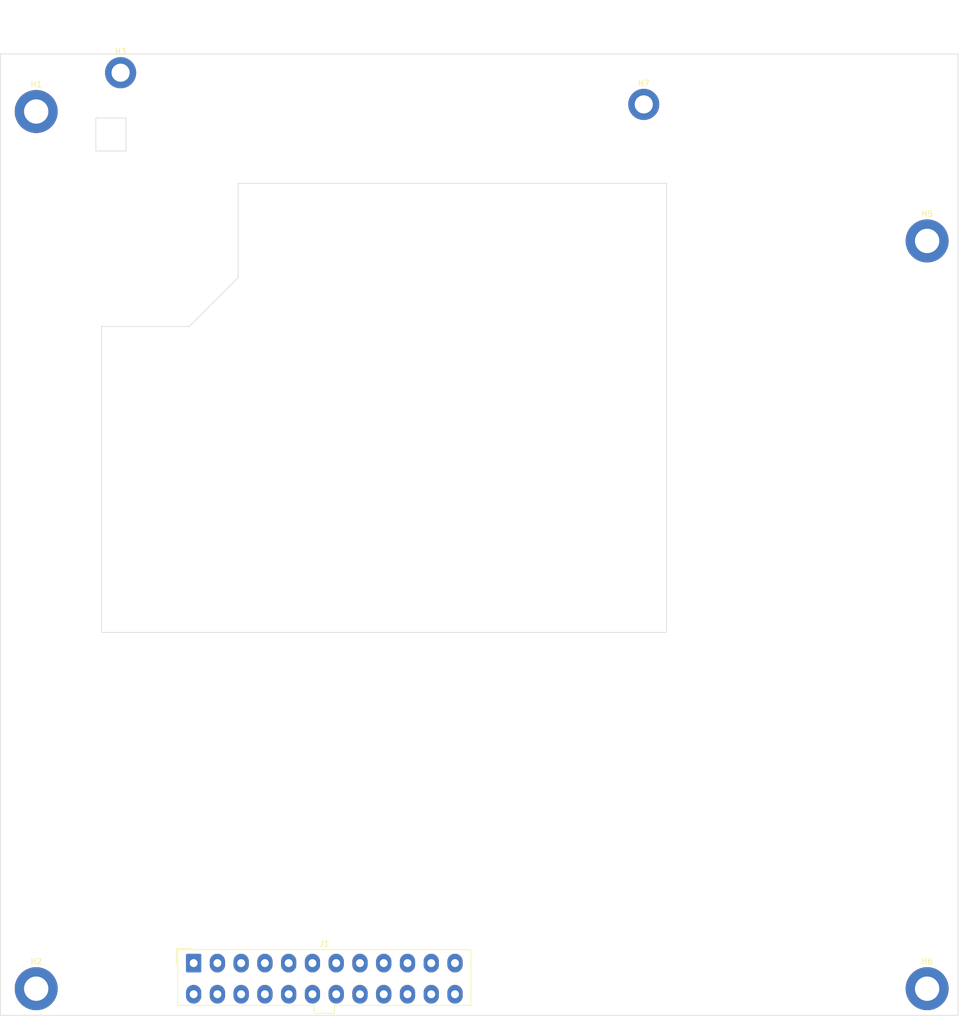
<source format=kicad_pcb>
(kicad_pcb (version 20211014) (generator pcbnew)
  (layers (0 "F.Cu" signal) (31 "B.Cu" signal) (34 "B.Paste" user) (35 "F.Paste" user) (36 "B.SilkS" user "B.Silkscreen") (37 "F.SilkS" user "F.Silkscreen") (38 "B.Mask" user) (39 "F.Mask" user) (44 "Edge.Cuts" user))
  (net 0 "")
  (net 1 "Net-(J1-Pad1)")
  (net 2 "Net-(J1-Pad15)")
  (net 3 "Net-(J1-Pad21)")
  (net 6 "Net-(J1-Pad10)")
  (footprint "MountingHole:MountingHole_4.3mm_M4_ISO7380_Pad" (layer "F.Cu") (at 234.569 96.901)
    (fp_text reference "H5" (at 0 -4.8) (layer "F.SilkS"))
    (fp_text value "ITX_Hole")
    (pad "1" thru_hole circle locked (at 0 0) (size 7.6 7.6) (drill 4.3) (layers *.Cu *.Mask))
  )
  (footprint "MountingHole:MountingHole_3.2mm_M3_ISO14580_Pad" (layer "F.Cu") (at 92.0078 67.189547)
    (fp_text reference "H3" (at 0 -3.75) (layer "F.SilkS"))
    (fp_text value "UpBoard_Hole")
    (pad "1" thru_hole circle locked (at 0 0) (size 5.5 5.5) (drill 3.2) (layers *.Cu *.Mask))
  )
  (footprint "MountingHole:MountingHole_4.3mm_M4_ISO7380_Pad" (layer "F.Cu") (at 234.569 228.981)
    (fp_text reference "H6" (at 0 -4.8) (layer "F.SilkS"))
    (fp_text value "ITX_Hole")
    (pad "1" thru_hole circle locked (at 0 0) (size 7.6 7.6) (drill 4.3) (layers *.Cu *.Mask))
  )
  (footprint "MountingHole:MountingHole_3.2mm_M3_ISO14580_Pad" (layer "F.Cu") (at 184.480564 72.784967)
    (fp_text reference "H7" (at 0 -3.75) (layer "F.SilkS"))
    (fp_text value "UpBoard_Hole")
    (pad "1" thru_hole circle locked (at 0 0) (size 5.5 5.5) (drill 3.2) (layers *.Cu *.Mask))
  )
  (footprint "MountingHole:MountingHole_4.3mm_M4_ISO7380_Pad" (layer "F.Cu") (at 77.089 74.041)
    (fp_text reference "H1" (at 0 -4.8) (layer "F.SilkS"))
    (fp_text value "ITX_Hole")
    (pad "1" thru_hole circle locked (at 0 0) (size 7.6 7.6) (drill 4.3) (layers *.Cu *.Mask))
  )
  (footprint "Connector_Molex:Molex_Mini-Fit_Jr_5566-24A_2x12_P4.20mm_Vertical" (layer "F.Cu") (at 104.916 224.461)
    (fp_text reference "J1" (at 23.1 -3.45) (layer "F.SilkS"))
    (fp_text value "ATX-24")
    (fp_line (start 49.01 -2.36) (end 49.01 7.46) (layer "F.SilkS") (width 0.12))
    (fp_line (start -2.81 7.46) (end 21.29 7.46) (layer "F.SilkS") (width 0.12))
    (fp_line (start 21.29 8.86) (end 23.1 8.86) (layer "F.SilkS") (width 0.12))
    (fp_line (start 23.1 -2.36) (end 49.01 -2.36) (layer "F.SilkS") (width 0.12))
    (fp_line (start -0.2 -2.6) (end -3.05 -2.6) (layer "F.SilkS") (width 0.12))
    (fp_line (start -3.05 -2.6) (end -3.05 0.25) (layer "F.SilkS") (width 0.12))
    (fp_line (start 23.1 -2.36) (end -2.81 -2.36) (layer "F.SilkS") (width 0.12))
    (fp_line (start 24.91 8.86) (end 23.1 8.86) (layer "F.SilkS") (width 0.12))
    (fp_line (start -2.81 -2.36) (end -2.81 7.46) (layer "F.SilkS") (width 0.12))
    (fp_line (start 49.01 7.46) (end 24.91 7.46) (layer "F.SilkS") (width 0.12))
    (fp_line (start 24.91 7.46) (end 24.91 8.86) (layer "F.SilkS") (width 0.12))
    (fp_line (start 21.29 7.46) (end 21.29 8.86) (layer "F.SilkS") (width 0.12))
    (pad "1" thru_hole roundrect locked (at 0 0) (size 2.7 3.3) (drill 1.4) (layers *.Cu *.Mask) (roundrect_rratio 0.092593) (net 1 "Net-(J1-Pad1)"))
    (pad "2" thru_hole oval locked (at 4.2 0) (size 2.7 3.3) (drill 1.4) (layers *.Cu *.Mask) (net 1 "Net-(J1-Pad1)"))
    (pad "3" thru_hole oval locked (at 8.4 0) (size 2.7 3.3) (drill 1.4) (layers *.Cu *.Mask) (net 2 "Net-(J1-Pad15)"))
    (pad "4" thru_hole oval locked (at 12.6 0) (size 2.7 3.3) (drill 1.4) (layers *.Cu *.Mask) (net 3 "Net-(J1-Pad21)"))
    (pad "5" thru_hole oval locked (at 16.8 0) (size 2.7 3.3) (drill 1.4) (layers *.Cu *.Mask) (net 2 "Net-(J1-Pad15)"))
    (pad "6" thru_hole oval locked (at 21 0) (size 2.7 3.3) (drill 1.4) (layers *.Cu *.Mask) (net 3 "Net-(J1-Pad21)"))
    (pad "7" thru_hole oval locked (at 25.2 0) (size 2.7 3.3) (drill 1.4) (layers *.Cu *.Mask) (net 2 "Net-(J1-Pad15)"))
    (pad "8" thru_hole oval locked (at 29.4 0) (size 2.7 3.3) (drill 1.4) (layers *.Cu *.Mask))
    (pad "9" thru_hole oval locked (at 33.6 0) (size 2.7 3.3) (drill 1.4) (layers *.Cu *.Mask))
    (pad "10" thru_hole oval locked (at 37.8 0) (size 2.7 3.3) (drill 1.4) (layers *.Cu *.Mask) (net 6 "Net-(J1-Pad10)"))
    (pad "11" thru_hole oval locked (at 42 0) (size 2.7 3.3) (drill 1.4) (layers *.Cu *.Mask) (net 6 "Net-(J1-Pad10)"))
    (pad "12" thru_hole oval locked (at 46.2 0) (size 2.7 3.3) (drill 1.4) (layers *.Cu *.Mask) (net 1 "Net-(J1-Pad1)"))
    (pad "13" thru_hole oval locked (at 0 5.5) (size 2.7 3.3) (drill 1.4) (layers *.Cu *.Mask) (net 1 "Net-(J1-Pad1)"))
    (pad "14" thru_hole oval locked (at 4.2 5.5) (size 2.7 3.3) (drill 1.4) (layers *.Cu *.Mask))
    (pad "15" thru_hole oval locked (at 8.4 5.5) (size 2.7 3.3) (drill 1.4) (layers *.Cu *.Mask) (net 2 "Net-(J1-Pad15)"))
    (pad "16" thru_hole oval locked (at 12.6 5.5) (size 2.7 3.3) (drill 1.4) (layers *.Cu *.Mask))
    (pad "17" thru_hole oval locked (at 16.8 5.5) (size 2.7 3.3) (drill 1.4) (layers *.Cu *.Mask) (net 2 "Net-(J1-Pad15)"))
    (pad "18" thru_hole oval locked (at 21 5.5) (size 2.7 3.3) (drill 1.4) (layers *.Cu *.Mask) (net 2 "Net-(J1-Pad15)"))
    (pad "19" thru_hole oval locked (at 25.2 5.5) (size 2.7 3.3) (drill 1.4) (layers *.Cu *.Mask) (net 2 "Net-(J1-Pad15)"))
    (pad "20" thru_hole oval locked (at 29.4 5.5) (size 2.7 3.3) (drill 1.4) (layers *.Cu *.Mask))
    (pad "21" thru_hole oval locked (at 33.6 5.5) (size 2.7 3.3) (drill 1.4) (layers *.Cu *.Mask) (net 3 "Net-(J1-Pad21)"))
    (pad "22" thru_hole oval locked (at 37.8 5.5) (size 2.7 3.3) (drill 1.4) (layers *.Cu *.Mask) (net 3 "Net-(J1-Pad21)"))
    (pad "23" thru_hole oval locked (at 42 5.5) (size 2.7 3.3) (drill 1.4) (layers *.Cu *.Mask) (net 3 "Net-(J1-Pad21)"))
    (pad "24" thru_hole oval locked (at 46.2 5.5) (size 2.7 3.3) (drill 1.4) (layers *.Cu *.Mask) (net 2 "Net-(J1-Pad15)"))
  )
  (footprint "MountingHole:MountingHole_5.3mm_M5_ISO14580" (layer "F.Cu") (at 100.566 80.9025)
    (fp_text reference "H4" hide)
    (fp_text value "UpBoard_Hole")
    (pad "" np_thru_hole circle locked (at 0 0) (size 5.3 5.3) (drill 5.3) (layers *.Cu *.Mask))
  )
  (footprint "MountingHole:MountingHole_4.3mm_M4_ISO7380_Pad" (layer "F.Cu") (at 77.089 228.981)
    (fp_text reference "H2" (at 0 -4.8) (layer "F.SilkS"))
    (fp_text value "ITX_Hole")
    (pad "1" thru_hole circle locked (at 0 0) (size 7.6 7.6) (drill 4.3) (layers *.Cu *.Mask))
  )
  (gr_rect locked (start 70.739 63.881) (end 240.03 233.68) (layer "Edge.Cuts") (width 0.1) (fill none))
  (gr_line (start 112.776 86.716146) (end 112.776 103.378) (layer "Edge.Cuts") (width 0.1))
  (gr_line (start 88.646 166.040346) (end 188.522999 166.040346) (layer "Edge.Cuts") (width 0.1))
  (gr_line (start 112.776 103.378) (end 104.14 112.014) (layer "Edge.Cuts") (width 0.1))
  (gr_line (start 188.522999 86.716146) (end 112.776 86.716146) (layer "Edge.Cuts") (width 0.1))
  (gr_line (start 104.14 112.014) (end 88.646 112.014) (layer "Edge.Cuts") (width 0.1))
  (gr_rect (start 87.63 75.184) (end 92.964 81.026) (layer "Edge.Cuts") (width 0.1) (fill none))
  (gr_line (start 188.522999 166.040346) (end 188.522999 86.716146) (layer "Edge.Cuts") (width 0.1))
  (gr_line (start 88.646 112.014) (end 88.646 166.040346) (layer "Edge.Cuts") (width 0.1))
)
</source>
